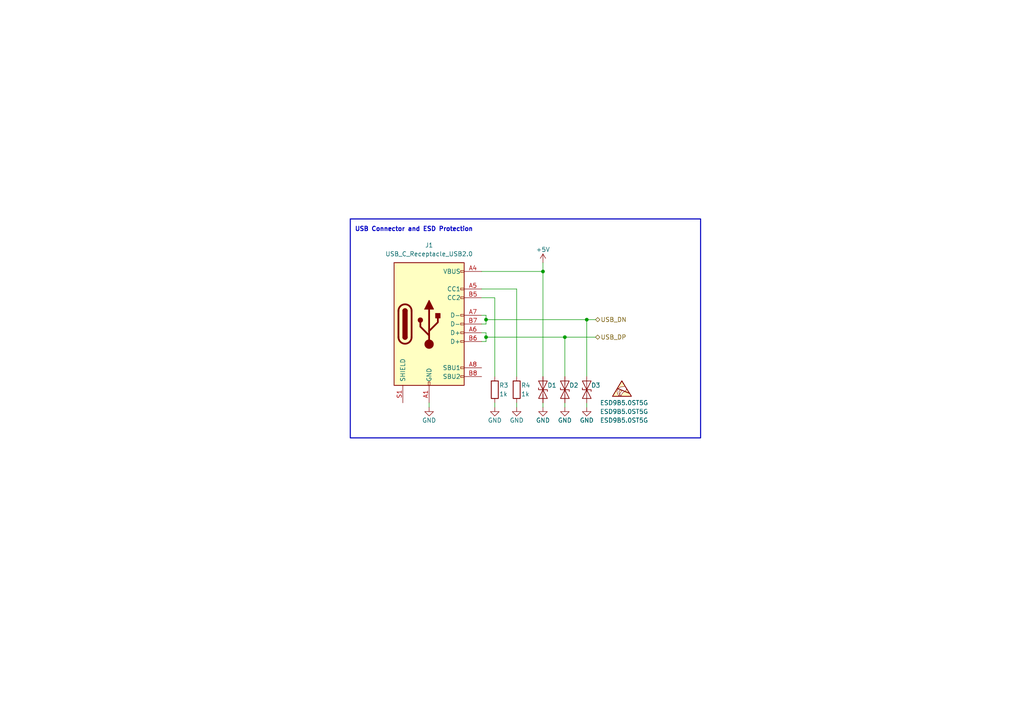
<source format=kicad_sch>
(kicad_sch (version 20230121) (generator eeschema)
  (paper "A4")
  (lib_symbols
    (symbol "Connector:USB_C_Receptacle_USB2.0" (pin_names (offset 1.016))
      (property "Reference" "J" (at -10.16 19.05 0))
      (property "Value" "USB_C_Receptacle_USB2.0" (at 19.05 19.05 0))
      (symbol "USB_C_Receptacle_USB2.0_0_0"
        (rectangle (start -0.254 -17.78) (end 0.254 -16.764))
        (rectangle (start 10.16 -14.986) (end 9.144 -15.494))
        (rectangle (start 10.16 -12.446) (end 9.144 -12.954))
        (rectangle (start 10.16 -4.826) (end 9.144 -5.334))
        (rectangle (start 10.16 -2.286) (end 9.144 -2.794))
        (rectangle (start 10.16 0.254) (end 9.144 -0.254))
        (rectangle (start 10.16 2.794) (end 9.144 2.286))
        (rectangle (start 10.16 7.874) (end 9.144 7.366))
        (rectangle (start 10.16 10.414) (end 9.144 9.906))
        (rectangle (start 10.16 15.494) (end 9.144 14.986))
      )
      (symbol "USB_C_Receptacle_USB2.0_0_1"
        (rectangle (start -10.16 17.78) (end 10.16 -17.78) (stroke (width 0.254)) (fill (type background)))
        (arc (start -8.89 -3.81) (mid -6.985 -5.7067) (end -5.08 -3.81) (stroke (width 0.508)))
        (arc (start -7.62 -3.81) (mid -6.985 -4.4423) (end -6.35 -3.81) (stroke (width 0.254)))
        (arc (start -7.62 -3.81) (mid -6.985 -4.4423) (end -6.35 -3.81) (stroke (width 0.254)) (fill (type outline)))
        (rectangle (start -7.62 -3.81) (end -6.35 3.81) (stroke (width 0.254)) (fill (type outline)))
        (arc (start -6.35 3.81) (mid -6.985 4.4423) (end -7.62 3.81) (stroke (width 0.254)))
        (arc (start -6.35 3.81) (mid -6.985 4.4423) (end -7.62 3.81) (stroke (width 0.254)) (fill (type outline)))
        (arc (start -5.08 3.81) (mid -6.985 5.7067) (end -8.89 3.81) (stroke (width 0.508)))
        (circle (center -2.54 1.143) (radius 0.635) (stroke (width 0.254)) (fill (type outline)))
        (circle (center 0 -5.842) (radius 1.27) (fill (type outline)))
        (polyline (pts (xy -8.89 -3.81) (xy -8.89 3.81)) (stroke (width 0.508)))
        (polyline (pts (xy -5.08 3.81) (xy -5.08 -3.81)) (stroke (width 0.508)))
        (polyline (pts (xy 0 -5.842) (xy 0 4.318)) (stroke (width 0.508)))
        (polyline (pts (xy 0 -3.302) (xy -2.54 -0.762) (xy -2.54 0.508)) (stroke (width 0.508)))
        (polyline (pts (xy 0 -2.032) (xy 2.54 0.508) (xy 2.54 1.778)) (stroke (width 0.508)))
        (polyline (pts (xy -1.27 4.318) (xy 0 6.858) (xy 1.27 4.318) (xy -1.27 4.318)) (stroke (width 0.254)) (fill (type outline)))
        (rectangle (start 1.905 1.778) (end 3.175 3.048) (stroke (width 0.254)) (fill (type outline)))
      )
      (symbol "USB_C_Receptacle_USB2.0_1_1"
        (pin passive line (at 0 -22.86 90) (length 5.08) (name "GND") (number "A1"))
        (pin passive line (at 0 -22.86 90) (length 5.08) hide (name "GND") (number "A12"))
        (pin passive line (at 15.24 15.24 180) (length 5.08) (name "VBUS") (number "A4"))
        (pin bidirectional line (at 15.24 10.16 180) (length 5.08) (name "CC1") (number "A5"))
        (pin bidirectional line (at 15.24 -2.54 180) (length 5.08) (name "D+") (number "A6"))
        (pin bidirectional line (at 15.24 2.54 180) (length 5.08) (name "D-") (number "A7"))
        (pin bidirectional line (at 15.24 -12.7 180) (length 5.08) (name "SBU1") (number "A8"))
        (pin passive line (at 15.24 15.24 180) (length 5.08) hide (name "VBUS") (number "A9"))
        (pin passive line (at 0 -22.86 90) (length 5.08) hide (name "GND") (number "B1"))
        (pin passive line (at 0 -22.86 90) (length 5.08) hide (name "GND") (number "B12"))
        (pin passive line (at 15.24 15.24 180) (length 5.08) hide (name "VBUS") (number "B4"))
        (pin bidirectional line (at 15.24 7.62 180) (length 5.08) (name "CC2") (number "B5"))
        (pin bidirectional line (at 15.24 -5.08 180) (length 5.08) (name "D+") (number "B6"))
        (pin bidirectional line (at 15.24 0 180) (length 5.08) (name "D-") (number "B7"))
        (pin bidirectional line (at 15.24 -15.24 180) (length 5.08) (name "SBU2") (number "B8"))
        (pin passive line (at 15.24 15.24 180) (length 5.08) hide (name "VBUS") (number "B9"))
        (pin passive line (at -7.62 -22.86 90) (length 5.08) (name "SHIELD") (number "S1"))
      )
    )
    (symbol "Device:R" (pin_numbers hide) (pin_names (offset 0))
      (property "Reference" "R" (at 2.032 0 90))
      (property "Value" "R" (at 0 0 90))
      (symbol "R_0_1"
        (rectangle (start -1.016 -2.54) (end 1.016 2.54) (stroke (width 0.254)))
      )
      (symbol "R_1_1"
        (pin passive line (at 0 3.81 270) (length 1.27) (name "~") (number "1"))
        (pin passive line (at 0 -3.81 90) (length 1.27) (name "~") (number "2"))
      )
    )
    (symbol "Diode:ESD9B5.0ST5G" (pin_numbers hide) (pin_names (offset 1.016) hide)
      (property "Reference" "D" (at 0 2.54 0))
      (property "Value" "ESD9B5.0ST5G" (at 0 -2.54 0))
      (symbol "ESD9B5.0ST5G_0_1"
        (polyline (pts (xy 1.27 0) (xy -1.27 0)))
        (polyline (pts (xy -2.54 -1.27) (xy 0 0) (xy -2.54 1.27) (xy -2.54 -1.27)) (stroke (width 0.2032)))
        (polyline (pts (xy 0.508 1.27) (xy 0 1.27) (xy 0 -1.27) (xy -0.508 -1.27)) (stroke (width 0.2032)))
        (polyline (pts (xy 2.54 1.27) (xy 2.54 -1.27) (xy 0 0) (xy 2.54 1.27)) (stroke (width 0.2032)))
      )
      (symbol "ESD9B5.0ST5G_1_1"
        (pin passive line (at -3.81 0 0) (length 2.54) (name "A1") (number "1"))
        (pin passive line (at 3.81 0 180) (length 2.54) (name "A2") (number "2"))
      )
    )
    (symbol "Graphic:SYM_ESD_Small" (in_bom no) (on_board no)
      (symbol "SYM_ESD_Small_0_0"
        (polyline (pts (xy -1.27 0.381) (xy 2.159 -1.016)) (stroke (width 0.254)))
        (polyline (pts (xy -2.667 -1.905) (xy 2.794 -1.905) (xy 0 2.54) (xy -2.667 -1.905)) (stroke (width 0.254)))
        (polyline (pts (xy 2.7432 -1.905) (xy 2.7178 -1.8796) (xy 2.6162 -1.6764) (xy 2.5654 -1.6002) (xy 2.4892 -1.4986) (xy 2.4384 -1.3716) (xy 1.7526 -0.2286) (xy 1.7018 -0.127) (xy 1.6256 -0.0508) (xy 1.6002 0.0508) (xy 1.5494 0.1016) (xy 1.4986 0.2032) (xy 1.4732 0.2286) (xy 1.4732 0.2032) (xy 1.4478 0.2032) (xy 1.3208 0.0762) (xy 1.2954 0.0254) (xy 1.2954 -0.0254) (xy 1.27 -0.0762) (xy 1.2446 -0.1524) (xy 1.143 -0.254) (xy 1.0922 -0.3302) (xy 1.0414 -0.3556) (xy 0.9144 -0.4826) (xy 0.762 -0.5842) (xy 0.6604 -0.6604) (xy 0.508 -0.762) (xy 0.4572 -0.8128) (xy 0.3556 -0.8636) (xy 0.3048 -0.9144) (xy 0.2286 -0.9652) (xy 0.0762 -1.1938) (xy 0.0254 -1.2954) (xy -0.0254 -1.4224) (xy -0.0508 -1.4986) (xy -0.1016 -1.5748) (xy -0.127 -1.651) (xy -0.1778 -1.6764) (xy -0.2032 -1.7272) (xy -0.254 -1.7526) (xy -0.4064 -1.7526) (xy -0.4064 -1.7272) (xy -0.4572 -1.7018) (xy -0.4826 -1.6256) (xy -0.508 -1.524) (xy -0.508 -1.0922) (xy -0.4572 -0.889) (xy -0.4064 -0.8128) (xy -0.254 -0.6604) (xy -0.2032 -0.5842) (xy -0.127 -0.5334) (xy -0.1016 -0.4826) (xy -0.0762 -0.4064) (xy -0.0508 -0.3556) (xy -0.0254 -0.3302) (xy -0.0254 -0.2794) (xy 0 -0.2286) (xy -0.0762 -0.1524) (xy -0.127 -0.127) (xy -0.1524 -0.0762) (xy -0.2032 -0.0508) (xy -0.2286 -0.0254) (xy -0.254 -0.0254) (xy -0.3048 -0.0762) (xy -0.3556 -0.1016) (xy -0.4318 -0.127) (xy -0.4826 -0.1524) (xy -0.5588 -0.2286) (xy -0.6096 -0.254) (xy -0.8382 -0.4826) (xy -0.8128 -0.5588) (xy -0.7874 -0.5842) (xy -0.7874 -0.8636) (xy -0.8128 -0.889) (xy -0.8128 -0.9652) (xy -0.762 -1.016) (xy -0.762 -1.0414) (xy -0.6604 -1.2954) (xy -0.6604 -1.5748) (xy -0.6858 -1.6002) (xy -0.6858 -1.6256) (xy -0.7366 -1.7018) (xy -0.8382 -1.7526) (xy -0.9144 -1.7526) (xy -0.9398 -1.7272) (xy -0.9652 -1.6764) (xy -1.016 -1.6002) (xy -1.0414 -1.524) (xy -1.143 -1.27) (xy -1.2192 -1.0414) (xy -1.27 -0.9652) (xy -1.2954 -0.889) (xy -1.3208 -0.8382) (xy -1.3208 -0.8128) (xy -1.3716 -0.7112) (xy -1.397 -0.5842) (xy -1.397 -0.4826) (xy -1.3716 -0.381) (xy -1.3208 -0.254) (xy -1.2954 -0.2032) (xy -1.1938 -0.0508) (xy -1.0414 0.1524) (xy -0.9906 0.2032) (xy -0.9652 0.254) (xy -0.9144 0.3302) (xy -0.889 0.381) (xy -0.8636 0.381) (xy -0.8128 0.508) (xy -0.6096 0.7112) (xy -0.5334 0.7366) (xy -0.508 0.762) (xy -0.4318 0.762) (xy -0.3556 0.7874) (xy -0.2286 0.8128) (xy -0.1016 0.8128) (xy 0.0508 0.8382) (xy 0.2032 0.8382) (xy 0.3048 0.8636) (xy 0.4826 0.8636) (xy 0.5334 0.889) (xy 0.5842 0.889) (xy 0.6858 0.9398) (xy 0.7112 0.9652) (xy 0.762 0.9906) (xy 0.8128 1.0414) (xy 0.8636 1.0668) (xy 0.889 1.1176) (xy 0.9144 1.143) (xy 0.9144 1.1938) (xy 0.889 1.2192) (xy 0.8636 1.27) (xy 0.8128 1.3462) (xy 0.7112 1.5494) (xy 0.635 1.651) (xy 0.5842 1.7526) (xy 0.508 1.8796) (xy 0.4572 1.9558) (xy 0.381 2.0828) (xy 0.3048 2.1844) (xy 0.254 2.286) (xy 0.2032 2.3622) (xy 0.1778 2.4384) (xy 0.1016 2.5146) (xy 0.1016 2.54) (xy 0.0762 2.5654) (xy 0.0762 2.5908) (xy 0.0254 2.5908) (xy 0.0254 2.5654) (xy -0.0254 2.5146) (xy -0.1016 2.3622) (xy -0.254 2.1336) (xy -0.3048 2.032) (xy -0.4572 1.778) (xy -0.5588 1.6256) (xy -0.762 1.27) (xy -0.889 1.0668) (xy -1.016 0.8382) (xy -1.1684 0.6096) (xy -1.3208 0.3302) (xy -1.397 0.2032) (xy -1.524 -0.0254) (xy -1.778 -0.4318) (xy -1.8796 -0.635) (xy -2.0066 -0.8128) (xy -2.1082 -0.9906) (xy -2.2098 -1.143) (xy -2.286 -1.2954) (xy -2.4384 -1.5494) (xy -2.4892 -1.651) (xy -2.5654 -1.7526) (xy -2.5908 -1.8288) (xy -2.6162 -1.8796) (xy -2.6416 -1.905) (xy -2.6416 -1.9304) (xy 2.7432 -1.9304) (xy 2.7432 -1.905)) (stroke (width 0.127)) (fill (type background)))
      )
    )
    (symbol "power:+5V" (power) (pin_names (offset 0))
      (property "Value" "+5V" (at 0 3.556 0))
      (symbol "+5V_0_1"
        (polyline (pts (xy -0.762 1.27) (xy 0 2.54)))
        (polyline (pts (xy 0 0) (xy 0 2.54)))
        (polyline (pts (xy 0 2.54) (xy 0.762 1.27)))
      )
      (symbol "+5V_1_1"
        (pin power_in line (at 0 0 90) (length 0) hide (name "+5V") (number "1"))
      )
    )
    (symbol "power:GND" (power) (pin_names (offset 0))
      (property "Value" "GND" (at 0 -3.81 0))
      (symbol "GND_0_1"
        (polyline (pts (xy 0 0) (xy 0 -1.27) (xy 1.27 -1.27) (xy 0 -2.54) (xy -1.27 -1.27) (xy 0 -1.27)))
      )
      (symbol "GND_1_1"
        (pin power_in line (at 0 0 270) (length 0) hide (name "GND") (number "1"))
      )
    )
  )
  (junction (at 170.18 92.71))
  (junction (at 140.97 97.79))
  (junction (at 163.83 97.79))
  (junction (at 157.48 78.74))
  (junction (at 140.97 92.71))
  (wire (pts (xy 163.83 97.79) (xy 163.83 109.22)))
  (wire (pts (xy 157.48 76.2) (xy 157.48 78.74)))
  (wire (pts (xy 163.83 118.11) (xy 163.83 116.84)))
  (wire (pts (xy 139.7 93.98) (xy 140.97 93.98)))
  (wire (pts (xy 140.97 96.52) (xy 140.97 97.79)))
  (wire (pts (xy 124.46 116.84) (xy 124.46 118.11)))
  (wire (pts (xy 163.83 97.79) (xy 172.72 97.79)))
  (wire (pts (xy 157.48 78.74) (xy 157.48 109.22)))
  (wire (pts (xy 140.97 97.79) (xy 163.83 97.79)))
  (wire (pts (xy 149.86 83.82) (xy 149.86 109.22)))
  (wire (pts (xy 170.18 118.11) (xy 170.18 116.84)))
  (wire (pts (xy 140.97 92.71) (xy 140.97 93.98)))
  (wire (pts (xy 140.97 91.44) (xy 140.97 92.71)))
  (wire (pts (xy 143.51 118.11) (xy 143.51 116.84)))
  (wire (pts (xy 139.7 78.74) (xy 157.48 78.74)))
  (wire (pts (xy 140.97 97.79) (xy 140.97 99.06)))
  (wire (pts (xy 143.51 86.36) (xy 143.51 109.22)))
  (wire (pts (xy 149.86 118.11) (xy 149.86 116.84)))
  (wire (pts (xy 170.18 92.71) (xy 172.72 92.71)))
  (wire (pts (xy 140.97 92.71) (xy 170.18 92.71)))
  (wire (pts (xy 139.7 91.44) (xy 140.97 91.44)))
  (wire (pts (xy 139.7 86.36) (xy 143.51 86.36)))
  (wire (pts (xy 157.48 118.11) (xy 157.48 116.84)))
  (wire (pts (xy 170.18 92.71) (xy 170.18 109.22)))
  (wire (pts (xy 139.7 99.06) (xy 140.97 99.06)))
  (wire (pts (xy 139.7 96.52) (xy 140.97 96.52)))
  (wire (pts (xy 139.7 83.82) (xy 149.86 83.82)))
  (rectangle (start 101.6 63.5) (end 203.2 127) (stroke (width 0.3)))
  (text "USB Connector and ESD Protection" (at 102.87 67.31 0) (effects (font (size 1.27 1.27) (thickness 0.254) bold) (justify left bottom)))
  (hierarchical_label "USB_DN" (shape bidirectional) (at 172.72 92.71 0))
  (hierarchical_label "USB_DP" (shape bidirectional) (at 172.72 97.79 0))
  (symbol (lib_id "power:GND") (at 157.48 118.11 0) (unit 1)
    (property "Reference" "#PWR014" (effects hide))
    (property "Value" "GND" (at 157.48 121.92 0))
    (instances (project "SoundControl" (path "" (reference "#PWR014") (unit 1)) (path "" (reference "#PWR080") (unit 1))))
  )
  (symbol (lib_id "power:GND") (at 163.83 118.11 0) (unit 1)
    (property "Reference" "#PWR015" (effects hide))
    (property "Value" "GND" (at 163.83 121.92 0))
    (instances (project "SoundControl" (path "" (reference "#PWR015") (unit 1)) (path "" (reference "#PWR081") (unit 1))))
  )
  (symbol (lib_id "Diode:ESD9B5.0ST5G") (at 163.83 113.03 90) (unit 1)
    (property "Reference" "D2" (at 165.1 111.76 90) (effects (justify right)))
    (property "Value" "ESD9B5.0ST5G" (at 173.99 116.84 90) (effects (justify right)))
    (property "Footprint" "Diode_SMD:D_SOD-923" (effects hide))
    (property "Datasheet" "https://www.onsemi.com/pub/Collateral/ESD9B-D.PDF" (effects hide))
    (instances (project "SoundControl" (path "" (reference "D2") (unit 1)) (path "" (reference "D10") (unit 1))))
  )
  (symbol (lib_id "Graphic:SYM_ESD_Small") (at 180.34 113.03 0) (unit 1) (in_bom no) (on_board no)
    (property "Reference" "#SYM1" (effects hide))
    (property "Value" "SYM_ESD_Small" (effects hide))
    (property "Sim.Enable" "0" (effects hide))
  )
  (symbol (lib_id "power:GND") (at 170.18 118.11 0) (unit 1)
    (property "Reference" "#PWR016" (effects hide))
    (property "Value" "GND" (at 170.18 121.92 0))
    (instances (project "SoundControl" (path "" (reference "#PWR016") (unit 1)) (path "" (reference "#PWR082") (unit 1))))
  )
  (symbol (lib_id "power:+5V") (at 157.48 76.2 0) (unit 1)
    (property "Reference" "#PWR076" (effects hide))
    (property "Value" "+5V" (at 157.48 72.39 0))
  )
  (symbol (lib_id "power:GND") (at 143.51 118.11 0) (unit 1)
    (property "Reference" "#PWR012" (effects hide))
    (property "Value" "GND" (at 143.51 121.92 0))
    (instances (project "SoundControl" (path "" (reference "#PWR012") (unit 1)) (path "" (reference "#PWR078") (unit 1))))
  )
  (symbol (lib_id "Connector:USB_C_Receptacle_USB2.0") (at 124.46 93.98 0) (unit 1)
    (property "Reference" "J1" (at 124.46 71.12 0))
    (property "Value" "USB_C_Receptacle_USB2.0" (at 124.46 73.66 0))
    (property "Footprint" "Connector_USB:USB_C_Receptacle_XKB_U262-16XN-4BVC11" (effects hide))
    (property "Datasheet" "https://www.usb.org/sites/default/files/documents/usb_type-c.zip" (effects hide))
  )
  (symbol (lib_id "Device:R") (at 149.86 113.03 0) (unit 1)
    (property "Reference" "R4" (at 151.13 111.76 0) (effects (justify left)))
    (property "Value" "1k" (at 151.13 114.3 0) (effects (justify left)))
    (property "Footprint" "Resistor_SMD:R_1206_3216Metric_Pad1.30x1.75mm_HandSolder" (effects hide))
    (instances (project "SoundControl" (path "" (reference "R4") (unit 1)) (path "" (reference "R22") (unit 1))))
  )
  (symbol (lib_id "Diode:ESD9B5.0ST5G") (at 157.48 113.03 90) (unit 1)
    (property "Reference" "D1" (at 158.75 111.76 90) (effects (justify right)))
    (property "Value" "ESD9B5.0ST5G" (at 173.99 121.92 90) (effects (justify right)))
    (property "Footprint" "Diode_SMD:D_SOD-923" (effects hide))
    (property "Datasheet" "https://www.onsemi.com/pub/Collateral/ESD9B-D.PDF" (effects hide))
    (instances (project "SoundControl" (path "" (reference "D1") (unit 1)) (path "" (reference "D9") (unit 1))))
  )
  (symbol (lib_id "power:GND") (at 149.86 118.11 0) (unit 1)
    (property "Reference" "#PWR013" (effects hide))
    (property "Value" "GND" (at 149.86 121.92 0))
    (instances (project "SoundControl" (path "" (reference "#PWR013") (unit 1)) (path "" (reference "#PWR079") (unit 1))))
  )
  (symbol (lib_id "power:GND") (at 124.46 118.11 0) (unit 1)
    (property "Reference" "#PWR011" (effects hide))
    (property "Value" "GND" (at 124.46 121.92 0))
    (instances (project "SoundControl" (path "" (reference "#PWR011") (unit 1)) (path "" (reference "#PWR077") (unit 1))))
  )
  (symbol (lib_id "Diode:ESD9B5.0ST5G") (at 170.18 113.03 90) (unit 1)
    (property "Reference" "D3" (at 171.45 111.76 90) (effects (justify right)))
    (property "Value" "ESD9B5.0ST5G" (at 173.99 119.38 90) (effects (justify right)))
    (property "Footprint" "Diode_SMD:D_SOD-923" (effects hide))
    (property "Datasheet" "https://www.onsemi.com/pub/Collateral/ESD9B-D.PDF" (effects hide))
    (instances (project "SoundControl" (path "" (reference "D3") (unit 1)) (path "" (reference "D11") (unit 1))))
  )
  (symbol (lib_id "Device:R") (at 143.51 113.03 0) (unit 1)
    (property "Reference" "R3" (at 144.78 111.76 0) (effects (justify left)))
    (property "Value" "1k" (at 144.78 114.3 0) (effects (justify left)))
    (property "Footprint" "Resistor_SMD:R_1206_3216Metric_Pad1.30x1.75mm_HandSolder" (effects hide))
    (instances (project "SoundControl" (path "" (reference "R3") (unit 1)) (path "" (reference "R21") (unit 1))))
  )
)
</source>
